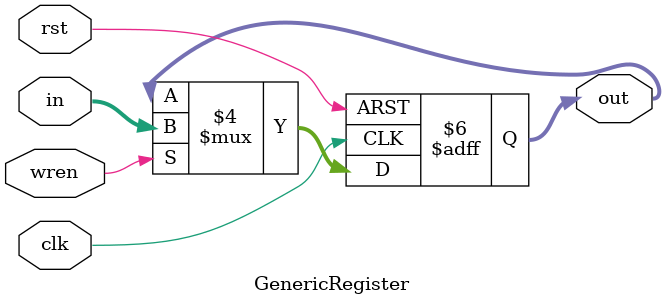
<source format=v>
module GenericRegister(clk, rst, in, out, wren);

input rst, clk;
input wren;
input [31:0]in;

output [31:0]out;
reg [31:0]out;

always@(posedge clk or negedge rst)
begin

	if (rst == 1'b0)
		out <= 32'd0;
		
	else if (wren == 1'b1)
		out <= in;	

end

endmodule
</source>
